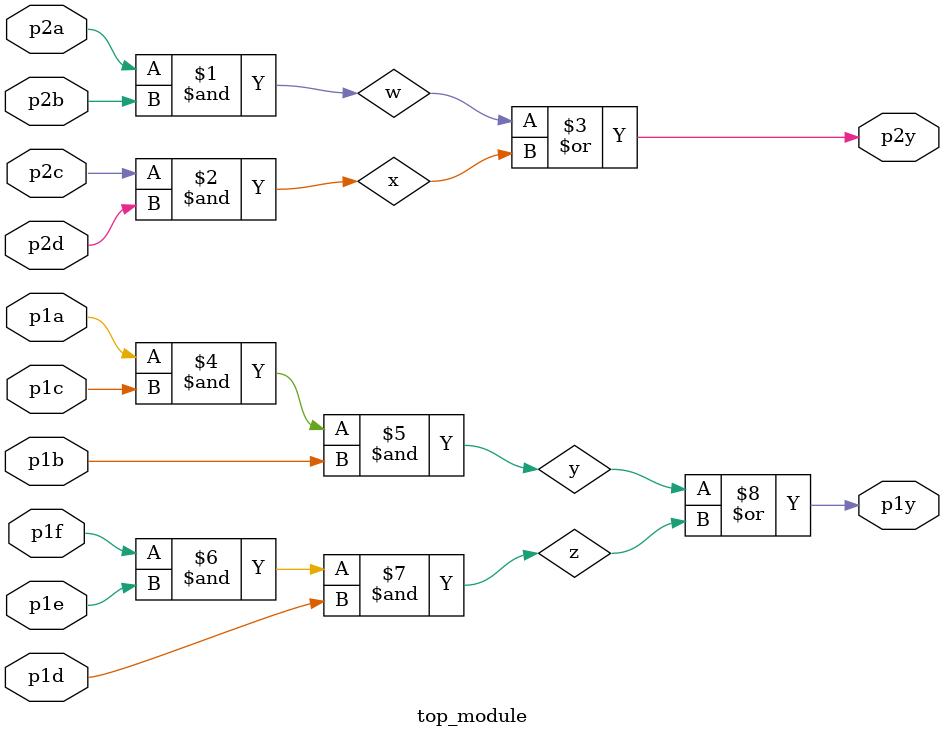
<source format=v>
module top_module ( 
    input p1a, p1b, p1c, p1d, p1e, p1f,
    output p1y,
    input p2a, p2b, p2c, p2d,
    output p2y );
	
    wire w, x, y, z;
	assign w = p2a & p2b;
    assign x = p2c & p2d;
    assign p2y = w | x;

    assign y = p1a & p1c & p1b;
    assign z = p1f & p1e & p1d;
    assign p1y = y | z;
endmodule

</source>
